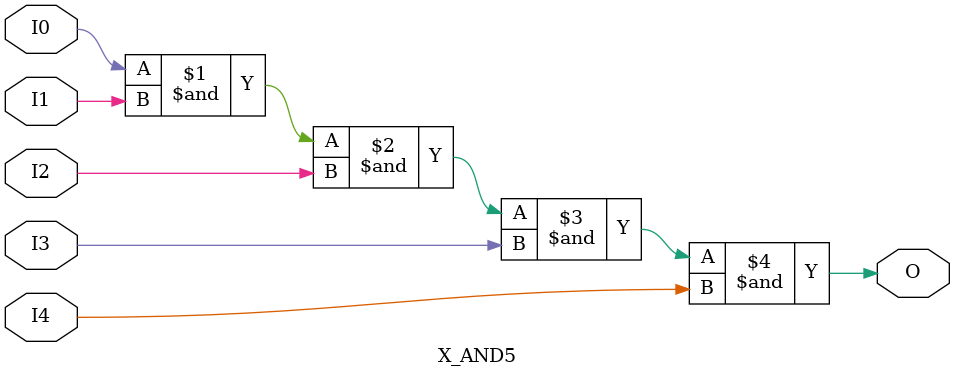
<source format=v>

`celldefine
`timescale 1 ps/1 ps

module X_AND5 (O, I0, I1, I2, I3, I4);

  output O;
  input I0, I1, I2, I3, I4;
  parameter LOC = "UNPLACED";
  and (O, I0, I1, I2, I3, I4);

endmodule

</source>
